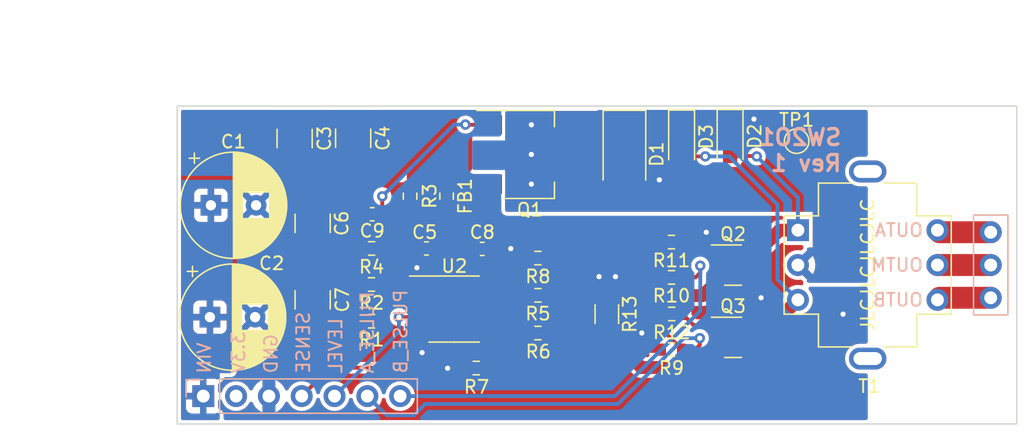
<source format=kicad_pcb>
(kicad_pcb (version 20211014) (generator pcbnew)
  (title_block (title "SW2O1") (date "2022-09-29") (rev "1") (company "saawsm"))
  (layers (0 "F.Cu" signal) (31 "B.Cu" signal) (34 "B.Paste" user) (35 "F.Paste" user) (36 "B.SilkS" user "B.Silkscreen") (37 "F.SilkS" user "F.Silkscreen") (38 "B.Mask" user) (39 "F.Mask" user) (44 "Edge.Cuts" user))
  (net 0 "")
  (net 1 "+9V")
  (net 2 "GND")
  (net 3 "/I_SENSE")
  (net 4 "/I_LIMIT")
  (net 5 "/PULSE_A")
  (net 6 "/PULSE_B")
  (net 7 "Net-(D2-Pad2)")
  (net 8 "Net-(D3-Pad2)")
  (net 9 "/OUTB")
  (net 10 "/OUTM")
  (net 11 "/OUTA")
  (net 13 "/PULSE_SRC")
  (net 14 "/V_AMP")
  (net 15 "Net-(D1-Pad1)")
  (net 16 "/V_SHUNT_N")
  (net 17 "Net-(C9-Pad2)")
  (net 18 "Net-(Q2-Pad1)")
  (net 19 "/V_SHUNT_P")
  (net 20 "Net-(Q3-Pad1)")
  (net 21 "Net-(R1-Pad1)")
  (net 22 "Net-(R2-Pad1)")
  (net 23 "Net-(R5-Pad2)")
  (net 24 "Net-(R6-Pad2)")
  (footprint "Package_TO_SOT_SMD:SOT-223-3_TabPin2" (layer "F.Cu") (at 114.175911 72.712443)
    (fp_text reference "Q1" (at 0 4.284712) (layer "F.SilkS"))
    (fp_text value "NTF2955T1G")
    (pad "1" smd rect locked (at -3.15 -2.3) (size 2 1.5) (layers "F.Cu" "F.Paste" "F.Mask") (net 17 "Net-(C9-Pad2)"))
    (pad "2" smd rect locked (at -3.15 0) (size 2 1.5) (layers "F.Cu" "F.Paste" "F.Mask") (net 13 "/PULSE_SRC"))
    (pad "2" smd rect locked (at 3.15 0) (size 2 3.8) (layers "F.Cu" "F.Paste" "F.Mask") (net 13 "/PULSE_SRC"))
    (pad "3" smd rect locked (at -3.15 2.3) (size 2 1.5) (layers "F.Cu" "F.Paste" "F.Mask") (net 1 "+9V"))
  )
  (footprint "Diode_SMD:D_SOD-123F" (layer "F.Cu") (at 125.929288 71.464962 -90)
    (fp_text reference "D3" (at -0.127 -1.905 90) (layer "F.SilkS"))
    (fp_text value "SS24FL")
    (pad "1" smd rect locked (at -1.4 0 270) (size 1.1 1.1) (layers "F.Cu" "F.Paste" "F.Mask") (net 15 "Net-(D1-Pad1)"))
    (pad "2" smd rect locked (at 1.4 0 270) (size 1.1 1.1) (layers "F.Cu" "F.Paste" "F.Mask") (net 8 "Net-(D3-Pad2)"))
  )
  (footprint "Resistor_SMD:R_0603_1608Metric" (layer "F.Cu") (at 104.907831 75.943129 90)
    (fp_text reference "R3" (at 0 1.524 90) (layer "F.SilkS"))
    (fp_text value "2K")
    (pad "1" smd roundrect locked (at -0.825 0 90) (size 0.8 0.95) (layers "F.Cu" "F.Paste" "F.Mask") (net 17 "Net-(C9-Pad2)"))
    (pad "2" smd roundrect locked (at 0.825 0 90) (size 0.8 0.95) (layers "F.Cu" "F.Paste" "F.Mask") (net 1 "+9V"))
  )
  (footprint "Diode_SMD:D_SOD-123F" (layer "F.Cu") (at 129.682564 71.431747 -90)
    (fp_text reference "D2" (at -0.127 -1.905 90) (layer "F.SilkS"))
    (fp_text value "SS24FL")
    (pad "1" smd rect locked (at -1.4 0 270) (size 1.1 1.1) (layers "F.Cu" "F.Paste" "F.Mask") (net 15 "Net-(D1-Pad1)"))
    (pad "2" smd rect locked (at 1.4 0 270) (size 1.1 1.1) (layers "F.Cu" "F.Paste" "F.Mask") (net 7 "Net-(D2-Pad2)"))
  )
  (footprint "Resistor_SMD:R_0603_1608Metric" (layer "F.Cu") (at 101.92096 82.78859 180)
    (fp_text reference "R2" (at -0.015359 -1.431296 180) (layer "F.SilkS"))
    (fp_text value "10K")
    (pad "1" smd roundrect locked (at -0.825 0 180) (size 0.8 0.95) (layers "F.Cu" "F.Paste" "F.Mask") (net 22 "Net-(R2-Pad1)"))
    (pad "2" smd roundrect locked (at 0.825 0 180) (size 0.8 0.95) (layers "F.Cu" "F.Paste" "F.Mask") (net 21 "Net-(R1-Pad1)"))
  )
  (footprint "Capacitor_SMD:C_1210_3225Metric" (layer "F.Cu") (at 95.971021 71.47436 -90)
    (fp_text reference "C3" (at 0 -2.3 90) (layer "F.SilkS"))
    (fp_text value "22uF")
    (pad "1" smd roundrect locked (at -1.475 0 270) (size 1.15 2.7) (layers "F.Cu" "F.Paste" "F.Mask") (roundrect_rratio 0.2173913043) (net 1 "+9V"))
    (pad "2" smd roundrect locked (at 1.475 0 270) (size 1.15 2.7) (layers "F.Cu" "F.Paste" "F.Mask") (roundrect_rratio 0.2173913043) (net 2 "GND"))
  )
  (footprint "Capacitor_THT:CP_Radial_D8.0mm_P3.50mm" (layer "F.Cu") (at 89.489926 76.651202)
    (fp_text reference "C1" (at 1.742969 -4.928796) (layer "F.SilkS"))
    (fp_text value "470uF")
    (pad "1" thru_hole rect locked (at 0 0) (size 1.6 1.6) (drill 0.8) (layers *.Cu *.Mask) (net 1 "+9V"))
    (pad "2" thru_hole circle locked (at 3.5 0) (size 1.6 1.6) (drill 0.8) (layers *.Cu *.Mask) (net 2 "GND"))
  )
  (footprint "Resistor_SMD:R_0603_1608Metric" (layer "F.Cu") (at 125.147816 82.237492 180)
    (fp_text reference "R10" (at 0 -1.43) (layer "F.SilkS"))
    (fp_text value "10K")
    (pad "1" smd roundrect locked (at -0.825 0 180) (size 0.8 0.95) (layers "F.Cu" "F.Paste" "F.Mask") (net 6 "/PULSE_B"))
    (pad "2" smd roundrect locked (at 0.825 0 180) (size 0.8 0.95) (layers "F.Cu" "F.Paste" "F.Mask") (net 2 "GND"))
  )
  (footprint "Resistor_SMD:R_0603_1608Metric" (layer "F.Cu") (at 114.808 80.743 180)
    (fp_text reference "R8" (at 0 -1.43) (layer "F.SilkS"))
    (fp_text value "100K")
    (pad "1" smd roundrect locked (at -0.825 0 180) (size 0.8 0.95) (layers "F.Cu" "F.Paste" "F.Mask") (net 23 "Net-(R5-Pad2)"))
    (pad "2" smd roundrect locked (at 0.825 0 180) (size 0.8 0.95) (layers "F.Cu" "F.Paste" "F.Mask") (net 3 "/I_SENSE"))
  )
  (footprint "Resistor_SMD:R_0603_1608Metric" (layer "F.Cu") (at 125.147816 87.838437 180)
    (fp_text reference "R9" (at 0 -1.43) (layer "F.SilkS"))
    (fp_text value "10K")
    (pad "1" smd roundrect locked (at -0.825 0 180) (size 0.8 0.95) (layers "F.Cu" "F.Paste" "F.Mask") (net 5 "/PULSE_A"))
    (pad "2" smd roundrect locked (at 0.825 0 180) (size 0.8 0.95) (layers "F.Cu" "F.Paste" "F.Mask") (net 2 "GND"))
  )
  (footprint "Resistor_SMD:R_0603_1608Metric" (layer "F.Cu") (at 125.143852 79.502533 180)
    (fp_text reference "R11" (at 0 -1.43) (layer "F.SilkS"))
    (fp_text value "100")
    (pad "1" smd roundrect locked (at -0.825 0 180) (size 0.8 0.95) (layers "F.Cu" "F.Paste" "F.Mask") (net 18 "Net-(Q2-Pad1)"))
    (pad "2" smd roundrect locked (at 0.825 0 180) (size 0.8 0.95) (layers "F.Cu" "F.Paste" "F.Mask") (net 6 "/PULSE_B"))
  )
  (footprint "Capacitor_SMD:C_0603_1608Metric" (layer "F.Cu") (at 106.176417 79.997484 180)
    (fp_text reference "C5" (at 0.14058 1.257484 180) (layer "F.SilkS"))
    (fp_text value "100nF")
    (pad "1" smd roundrect locked (at -0.775 0 180) (size 0.9 0.95) (layers "F.Cu" "F.Paste" "F.Mask") (net 14 "/V_AMP"))
    (pad "2" smd roundrect locked (at 0.775 0 180) (size 0.9 0.95) (layers "F.Cu" "F.Paste" "F.Mask") (net 2 "GND"))
  )
  (footprint "TestPoint:TestPoint_Pad_D1.5mm" (layer "F.Cu") (at 134.834278 71.680733)
    (fp_text reference "TP1" (at 0 -1.648) (layer "F.SilkS"))
    (fp_text value "PSRC")
    (pad "1" smd circle locked (at 0 0) (size 1.5 1.5) (layers "F.Cu" "F.Mask") (net 13 "/PULSE_SRC"))
  )
  (footprint "Package_TO_SOT_SMD:SOT-23" (layer "F.Cu") (at 129.910816 81.287492)
    (fp_text reference "Q2" (at 0 -2.4) (layer "F.SilkS"))
    (fp_text value "DMN2041L")
    (pad "1" smd roundrect locked (at -0.9375 -0.95) (size 1.475 0.6) (layers "F.Cu" "F.Paste" "F.Mask") (net 18 "Net-(Q2-Pad1)"))
    (pad "2" smd roundrect locked (at -0.9375 0.95) (size 1.475 0.6) (layers "F.Cu" "F.Paste" "F.Mask") (net 19 "/V_SHUNT_P"))
    (pad "3" smd roundrect locked (at 0.9375 0) (size 1.475 0.6) (layers "F.Cu" "F.Paste" "F.Mask") (net 7 "Net-(D2-Pad2)"))
  )
  (footprint "Resistor_SMD:R_0603_1608Metric" (layer "F.Cu") (at 101.923668 85.636759 180)
    (fp_text reference "R1" (at 0 -1.43) (layer "F.SilkS"))
    (fp_text value "10k")
    (pad "1" smd roundrect locked (at -0.825 0 180) (size 0.8 0.95) (layers "F.Cu" "F.Paste" "F.Mask") (net 21 "Net-(R1-Pad1)"))
    (pad "2" smd roundrect locked (at 0.825 0 180) (size 0.8 0.95) (layers "F.Cu" "F.Paste" "F.Mask") (net 2 "GND"))
  )
  (footprint "Resistor_SMD:R_0603_1608Metric" (layer "F.Cu") (at 125.164667 85.074579 180)
    (fp_text reference "R12" (at 0 -1.43) (layer "F.SilkS"))
    (fp_text value "100")
    (pad "1" smd roundrect locked (at -0.825 0 180) (size 0.8 0.95) (layers "F.Cu" "F.Paste" "F.Mask") (net 20 "Net-(Q3-Pad1)"))
    (pad "2" smd roundrect locked (at 0.825 0 180) (size 0.8 0.95) (layers "F.Cu" "F.Paste" "F.Mask") (net 5 "/PULSE_A"))
  )
  (footprint "SaawLib:SW32-MO_Header" (layer "F.Cu") (at 119.38 81.28)
    (fp_text reference "U1")
    (fp_text value "SW-32MO")
    (fp_text user "LEVEL" (at -20.239434 6.253036 90 unlocked) (layer "B.SilkS") (effects (justify mirror)))
    (fp_text user "OUTB" (at 23.296571 2.7 unlocked) (layer "B.SilkS") (effects (justify mirror)))
    (fp_text user "3.3V" (at -27.756241 6.776846 90 unlocked) (layer "B.SilkS") (effects (justify mirror)))
    (fp_text user "SENSE" (at -22.739434 6.014941 90 unlocked) (layer "B.SilkS") (effects (justify mirror)))
    (fp_text user "PULSE_A" (at -17.779434 5.229227 90 unlocked) (layer "B.SilkS") (effects (justify mirror)))
    (fp_text user "OUTA" (at 23.368 -2.7 unlocked) (layer "B.SilkS") (effects (justify mirror)))
    (fp_text user "PULSE_B" (at -15.195278 5.157798 90 unlocked) (layer "B.SilkS") (effects (justify mirror)))
    (fp_text user "VIN" (at -30.405819 7.205417 90 unlocked) (layer "B.SilkS") (effects (justify mirror)))
    (fp_text user "OUTM" (at 23.225143 0 unlocked) (layer "B.SilkS") (effects (justify mirror)))
    (fp_text user "GND" (at -25.239434 6.872084 90 unlocked) (layer "B.SilkS") (effects (justify mirror)))
    (pad "1" thru_hole rect locked (at -30.48 10.16 90) (size 1.7 1.7) (drill 1) (layers *.Cu *.Mask) (net 1 "+9V"))
    (pad "2" thru_hole oval locked (at -27.94 10.16 90) (size 1.7 1.7) (drill 1) (layers *.Cu *.Mask))
    (pad "3" thru_hole oval locked (at -25.4 10.16 90) (size 1.7 1.7) (drill 1) (layers *.Cu *.Mask) (net 2 "GND"))
    (pad "4" thru_hole oval locked (at -22.86 10.16 90) (size 1.7 1.7) (drill 1) (layers *.Cu *.Mask) (net 3 "/I_SENSE"))
    (pad "5" thru_hole oval locked (at -20.32 10.16 90) (size 1.7 1.7) (drill 1) (layers *.Cu *.Mask) (net 4 "/I_LIMIT"))
    (pad "6" thru_hole oval locked (at -17.78 10.16 90) (size 1.7 1.7) (drill 1) (layers *.Cu *.Mask) (net 5 "/PULSE_A"))
    (pad "7" thru_hole oval locked (at -15.24 10.16 90) (size 1.7 1.7) (drill 1) (layers *.Cu *.Mask) (net 6 "/PULSE_B"))
    (pad "8" thru_hole circle locked (at 30.48 -2.54) (size 1.7 1.7) (drill 1) (layers *.Cu *.Mask) (net 11 "/OUTA"))
    (pad "9" thru_hole oval locked (at 30.48 0) (size 1.7 1.7) (drill 1) (layers *.Cu *.Mask) (net 10 "/OUTM"))
    (pad "10" thru_hole oval locked (at 30.48 2.54) (size 1.7 1.7) (drill 1) (layers *.Cu *.Mask) (net 9 "/OUTB"))
  )
  (footprint "Diode_SMD:D_SMA" (layer "F.Cu") (at 121.50388 72.688933 -90)
    (fp_text reference "D1" (at 0 -2.5 90) (layer "F.SilkS"))
    (fp_text value "SML4746-E3/61")
    (pad "1" smd rect locked (at -2 0 270) (size 2.5 1.8) (layers "F.Cu" "F.Paste" "F.Mask") (net 15 "Net-(D1-Pad1)"))
    (pad "2" smd rect locked (at 2 0 270) (size 2.5 1.8) (layers "F.Cu" "F.Paste" "F.Mask") (net 13 "/PULSE_SRC"))
  )
  (footprint "Capacitor_SMD:C_0603_1608Metric" (layer "F.Cu") (at 110.497851 80.032206)
    (fp_text reference "C8" (at 0 -1.292206) (layer "F.SilkS"))
    (fp_text value "1uF")
    (pad "1" smd roundrect locked (at -0.775 0) (size 0.9 0.95) (layers "F.Cu" "F.Paste" "F.Mask") (net 14 "/V_AMP"))
    (pad "2" smd roundrect locked (at 0.775 0) (size 0.9 0.95) (layers "F.Cu" "F.Paste" "F.Mask") (net 2 "GND"))
  )
  (footprint "Resistor_SMD:R_0603_1608Metric" (layer "F.Cu") (at 114.808 83.6275 180)
    (fp_text reference "R5" (at 0 -1.43) (layer "F.SilkS"))
    (fp_text value "10k")
    (pad "1" smd roundrect locked (at -0.825 0 180) (size 0.8 0.95) (layers "F.Cu" "F.Paste" "F.Mask") (net 16 "/V_SHUNT_N"))
    (pad "2" smd roundrect locked (at 0.825 0 180) (size 0.8 0.95) (layers "F.Cu" "F.Paste" "F.Mask") (net 23 "Net-(R5-Pad2)"))
  )
  (footprint "NetTie:NetTie-2_SMD_Pad0.5mm" (layer "F.Cu") (at 117.602 83.6275)
    (fp_text reference "NT1" hide)
    (fp_text value "0.5 mm")
    (fp_poly (pts (xy -0.5 -0.25) (xy 0.5 -0.25) (xy 0.5 0.25) (xy -0.5 0.25)) (layer "F.Cu") (width 0) (fill solid))
    (pad "1" smd circle locked (at -0.5 0) (size 0.5 0.5) (layers "F.Cu") (net 16 "/V_SHUNT_N"))
    (pad "2" smd circle locked (at 0.5 0) (size 0.5 0.5) (layers "F.Cu") (net 2 "GND"))
  )
  (footprint "Capacitor_SMD:C_1210_3225Metric" (layer "F.Cu") (at 97.366043 83.979742 -90)
    (fp_text reference "C7" (at 0 -2.3 90) (layer "F.SilkS"))
    (fp_text value "22uF")
    (pad "1" smd roundrect locked (at -1.475 0 270) (size 1.15 2.7) (layers "F.Cu" "F.Paste" "F.Mask") (roundrect_rratio 0.2173913043) (net 1 "+9V"))
    (pad "2" smd roundrect locked (at 1.475 0 270) (size 1.15 2.7) (layers "F.Cu" "F.Paste" "F.Mask") (roundrect_rratio 0.2173913043) (net 2 "GND"))
  )
  (footprint "Capacitor_SMD:C_0603_1608Metric" (layer "F.Cu") (at 101.978916 77.34596)
    (fp_text reference "C9" (at 0 1.287405) (layer "F.SilkS"))
    (fp_text value "100nF")
    (pad "1" smd roundrect locked (at -0.775 0) (size 0.9 0.95) (layers "F.Cu" "F.Paste" "F.Mask") (net 2 "GND"))
    (pad "2" smd roundrect locked (at 0.775 0) (size 0.9 0.95) (layers "F.Cu" "F.Paste" "F.Mask") (net 17 "Net-(C9-Pad2)"))
  )
  (footprint "Capacitor_SMD:C_1210_3225Metric" (layer "F.Cu") (at 97.366043 78.050896 90)
    (fp_text reference "C6" (at 0 2.254234 90) (layer "F.SilkS"))
    (fp_text value "22uF")
    (pad "1" smd roundrect locked (at -1.475 0 90) (size 1.15 2.7) (layers "F.Cu" "F.Paste" "F.Mask") (roundrect_rratio 0.2173913043) (net 1 "+9V"))
    (pad "2" smd roundrect locked (at 1.475 0 90) (size 1.15 2.7) (layers "F.Cu" "F.Paste" "F.Mask") (roundrect_rratio 0.2173913043) (net 2 "GND"))
  )
  (footprint "Capacitor_SMD:C_1210_3225Metric" (layer "F.Cu") (at 100.50391 71.45412 -90)
    (fp_text reference "C4" (at 0 -2.3 90) (layer "F.SilkS"))
    (fp_text value "22uF")
    (pad "1" smd roundrect locked (at -1.475 0 270) (size 1.15 2.7) (layers "F.Cu" "F.Paste" "F.Mask") (roundrect_rratio 0.2173913043) (net 1 "+9V"))
    (pad "2" smd roundrect locked (at 1.475 0 270) (size 1.15 2.7) (layers "F.Cu" "F.Paste" "F.Mask") (roundrect_rratio 0.2173913043) (net 2 "GND"))
  )
  (footprint "Capacitor_THT:CP_Radial_D8.0mm_P3.50mm" (layer "F.Cu") (at 89.415192 85.320272)
    (fp_text reference "C2" (at 4.777956 -4.166805) (layer "F.SilkS"))
    (fp_text value "470uF")
    (pad "1" thru_hole rect locked (at 0 0) (size 1.6 1.6) (drill 0.8) (layers *.Cu *.Mask) (net 1 "+9V"))
    (pad "2" thru_hole circle locked (at 3.5 0) (size 1.6 1.6) (drill 0.8) (layers *.Cu *.Mask) (net 2 "GND"))
  )
  (footprint "Resistor_SMD:R_1206_3216Metric" (layer "F.Cu") (at 120.142 85.09 90)
    (fp_text reference "R13" (at 0 1.778 270) (layer "F.SilkS"))
    (fp_text value "0.1")
    (pad "1" smd roundrect locked (at -1.4625 0 90) (size 1.125 1.75) (layers "F.Cu" "F.Paste" "F.Mask") (roundrect_rratio 0.2222222222) (net 19 "/V_SHUNT_P"))
    (pad "2" smd roundrect locked (at 1.4625 0 90) (size 1.125 1.75) (layers "F.Cu" "F.Paste" "F.Mask") (roundrect_rratio 0.2222222222) (net 2 "GND"))
  )
  (footprint "Package_TO_SOT_SMD:SOT-23" (layer "F.Cu") (at 129.910816 86.888437)
    (fp_text reference "Q3" (at 0 -2.414) (layer "F.SilkS"))
    (fp_text value "DMN2041L")
    (pad "1" smd roundrect locked (at -0.9375 -0.95) (size 1.475 0.6) (layers "F.Cu" "F.Paste" "F.Mask") (net 20 "Net-(Q3-Pad1)"))
    (pad "2" smd roundrect locked (at -0.9375 0.95) (size 1.475 0.6) (layers "F.Cu" "F.Paste" "F.Mask") (net 19 "/V_SHUNT_P"))
    (pad "3" smd roundrect locked (at 0.9375 0) (size 1.475 0.6) (layers "F.Cu" "F.Paste" "F.Mask") (net 8 "Net-(D3-Pad2)"))
  )
  (footprint "Resistor_SMD:R_0603_1608Metric" (layer "F.Cu") (at 101.928916 79.997484)
    (fp_text reference "R4" (at -0.000477 1.427774) (layer "F.SilkS"))
    (fp_text value "1K")
    (pad "1" smd roundrect locked (at -0.825 0) (size 0.8 0.95) (layers "F.Cu" "F.Paste" "F.Mask") (net 22 "Net-(R2-Pad1)"))
    (pad "2" smd roundrect locked (at 0.825 0) (size 0.8 0.95) (layers "F.Cu" "F.Paste" "F.Mask") (net 17 "Net-(C9-Pad2)"))
  )
  (footprint "SaawLib:42TL" (layer "F.Cu") (at 140.335 81.28)
    (fp_text reference "T1" (at 0.127 9.398 unlocked) (layer "F.SilkS"))
    (fp_text value "42TL004-RC")
    (pad "" thru_hole oval locked (at 0 7.25) (size 2.9 1.7) (drill oval 2.2 1) (layers *.Cu *.Mask))
    (pad "" thru_hole oval locked (at 0 -7.25) (size 2.9 1.7) (drill oval 2.2 1) (layers *.Cu *.Mask))
    (pad "1" thru_hole rect locked (at -5.4 -2.7) (size 1.7 1.7) (drill 1) (layers *.Cu *.Mask) (net 7 "Net-(D2-Pad2)"))
    (pad "2" thru_hole circle locked (at -5.4 0) (size 1.7 1.7) (drill 1) (layers *.Cu *.Mask) (net 13 "/PULSE_SRC"))
    (pad "3" thru_hole circle locked (at -5.4 2.7) (size 1.7 1.7) (drill 1) (layers *.Cu *.Mask) (net 8 "Net-(D3-Pad2)"))
    (pad "4" thru_hole circle locked (at 5.4 2.7) (size 1.7 1.7) (drill 1) (layers *.Cu *.Mask) (net 9 "/OUTB"))
    (pad "5" thru_hole circle locked (at 5.4 0) (size 1.7 1.7) (drill 1) (layers *.Cu *.Mask) (net 10 "/OUTM"))
    (pad "6" thru_hole circle locked (at 5.4 -2.7) (size 1.7 1.7) (drill 1) (layers *.Cu *.Mask) (net 11 "/OUTA"))
  )
  (footprint "Resistor_SMD:R_0603_1608Metric" (layer "F.Cu") (at 107.737091 75.943129 -90)
    (fp_text reference "FB1" (at 0 -1.43 90) (layer "F.SilkS"))
    (fp_text value "100")
    (pad "1" smd roundrect locked (at -0.825 0 270) (size 0.8 0.95) (layers "F.Cu" "F.Paste" "F.Mask") (net 1 "+9V"))
    (pad "2" smd roundrect locked (at 0.825 0 270) (size 0.8 0.95) (layers "F.Cu" "F.Paste" "F.Mask") (net 14 "/V_AMP"))
  )
  (footprint "Resistor_SMD:R_0603_1608Metric" (layer "F.Cu") (at 110.032225 89.26559 180)
    (fp_text reference "R7" (at -0.02012 -1.463635) (layer "F.SilkS"))
    (fp_text value "100K")
    (pad "1" smd roundrect locked (at -0.825 0 180) (size 0.8 0.95) (layers "F.Cu" "F.Paste" "F.Mask") (net 24 "Net-(R6-Pad2)"))
    (pad "2" smd roundrect locked (at 0.825 0 180) (size 0.8 0.95) (layers "F.Cu" "F.Paste" "F.Mask") (net 2 "GND"))
  )
  (footprint "Package_SO:SOIC-8_3.9x4.9mm_P1.27mm" (layer "F.Cu") (at 108.317225 84.69359)
    (fp_text reference "U2" (at 0.019247 -3.327503) (layer "F.SilkS"))
    (fp_text value "LM358ADT")
    (pad "1" smd roundrect locked (at -2.475 -1.905) (size 1.95 0.6) (layers "F.Cu" "F.Paste" "F.Mask") (net 22 "Net-(R2-Pad1)"))
    (pad "2" smd roundrect locked (at -2.475 -0.635) (size 1.95 0.6) (layers "F.Cu" "F.Paste" "F.Mask") (net 21 "Net-(R1-Pad1)"))
    (pad "3" smd roundrect locked (at -2.475 0.635) (size 1.95 0.6) (layers "F.Cu" "F.Paste" "F.Mask") (net 4 "/I_LIMIT"))
    (pad "4" smd roundrect locked (at -2.475 1.905) (size 1.95 0.6) (layers "F.Cu" "F.Paste" "F.Mask") (net 2 "GND"))
    (pad "5" smd roundrect locked (at 2.475 1.905) (size 1.95 0.6) (layers "F.Cu" "F.Paste" "F.Mask") (net 24 "Net-(R6-Pad2)"))
    (pad "6" smd roundrect locked (at 2.475 0.635) (size 1.95 0.6) (layers "F.Cu" "F.Paste" "F.Mask") (net 23 "Net-(R5-Pad2)"))
    (pad "7" smd roundrect locked (at 2.475 -0.635) (size 1.95 0.6) (layers "F.Cu" "F.Paste" "F.Mask") (net 3 "/I_SENSE"))
    (pad "8" smd roundrect locked (at 2.475 -1.905) (size 1.95 0.6) (layers "F.Cu" "F.Paste" "F.Mask") (net 14 "/V_AMP"))
  )
  (footprint "Resistor_SMD:R_0603_1608Metric" (layer "F.Cu") (at 114.808 86.5525 180)
    (fp_text reference "R6" (at -0.026108 -1.440824 180) (layer "F.SilkS"))
    (fp_text value "10k")
    (pad "1" smd roundrect locked (at -0.825 0 180) (size 0.8 0.95) (layers "F.Cu" "F.Paste" "F.Mask") (net 19 "/V_SHUNT_P"))
    (pad "2" smd roundrect locked (at 0.825 0 180) (size 0.8 0.95) (layers "F.Cu" "F.Paste" "F.Mask") (net 24 "Net-(R6-Pad2)"))
  )
  (gr_rect locked (start 86.88 68.958086) (end 151.88 93.599589) (layer "Edge.Cuts") (width 0.1) (fill none))
  (gr_text "SW2O1\nRev 1" (at 138.43 72.39) (layer "B.SilkS") (effects (font (size 1.25 1.25) (thickness 0.25)) (justify left mirror)))
  (gr_text "JLCJLCJLCJLC" (at 140.335 81.28 90) (layer "F.SilkS") (effects (font (size 1 1))))
  (segment locked (start 118.102 83.6275) (end 120.142 83.6275) (width 0.3) (layer "F.Cu") (net 2))
  (via locked (at 120.810241 82.182256) (size 0.8) (drill 0.4) (layers "F.Cu" "B.Cu") (net 2))
  (via locked (at 132.08 83.82) (size 0.8) (drill 0.4) (layers "F.Cu" "B.Cu") (net 2))
  (via locked (at 107.817168 89.28091) (size 0.8) (drill 0.4) (layers "F.Cu" "B.Cu") (net 2))
  (via locked (at 105.437768 81.490575) (size 0.8) (drill 0.4) (layers "F.Cu" "B.Cu") (net 2))
  (via locked (at 127.840505 78.74) (size 0.8) (drill 0.4) (layers "F.Cu" "B.Cu") (net 2))
  (via locked (at 119.540241 82.182256) (size 0.8) (drill 0.4) (layers "F.Cu" "B.Cu") (net 2))
  (via locked (at 138.43 85.09) (size 0.8) (drill 0.4) (layers "F.Cu" "B.Cu") (net 2))
  (via locked (at 105.837654 88.067838) (size 0.8) (drill 0.4) (layers "F.Cu" "B.Cu") (net 2))
  (via locked (at 122.849822 86.548369) (size 0.8) (drill 0.4) (layers "F.Cu" "B.Cu") (net 2))
  (via locked (at 112.705568 80.010449) (size 0.8) (drill 0.4) (layers "F.Cu" "B.Cu") (net 2))
  (segment locked (start 108.441221 87.157754) (end 108.441221 85.067166) (width 0.3) (layer "F.Cu") (net 3))
  (segment locked (start 106.357094 89.241881) (end 108.441221 87.157754) (width 0.3) (layer "F.Cu") (net 3))
  (segment locked (start 96.52 91.44) (end 98.718119 89.241881) (width 0.3) (layer "F.Cu") (net 3))
  (segment locked (start 109.449797 84.05859) (end 110.792225 84.05859) (width 0.3) (layer "F.Cu") (net 3))
  (segment locked (start 98.718119 89.241881) (end 106.357094 89.241881) (width 0.3) (layer "F.Cu") (net 3))
  (segment locked (start 108.441221 85.067166) (end 109.449797 84.05859) (width 0.3) (layer "F.Cu") (net 3))
  (segment locked (start 110.792225 84.05859) (end 112.201763 84.05859) (width 0.3) (layer "F.Cu") (net 3))
  (segment locked (start 113.973973 80.743) (end 113.983 80.743) (width 0.3) (layer "F.Cu") (net 3))
  (segment locked (start 112.751685 83.508668) (end 112.751685 81.965288) (width 0.3) (layer "F.Cu") (net 3))
  (segment locked (start 112.751685 81.965288) (end 113.973973 80.743) (width 0.3) (layer "F.Cu") (net 3))
  (segment locked (start 112.201763 84.05859) (end 112.751685 83.508668) (width 0.3) (layer "F.Cu") (net 3))
  (segment locked (start 105.842225 85.32859) (end 105.830315 85.31668) (width 0.3) (layer "F.Cu") (net 4))
  (segment locked (start 105.830315 85.31668) (end 104.046914 85.31668) (width 0.3) (layer "F.Cu") (net 4))
  (via locked (at 104.046914 85.31668) (size 0.8) (drill 0.4) (layers "F.Cu" "B.Cu") (net 4))
  (segment locked (start 99.06 91.44) (end 104.046914 86.453086) (width 0.3) (layer "B.Cu") (net 4))
  (segment locked (start 104.046914 86.453086) (end 104.046914 85.31668) (width 0.3) (layer "B.Cu") (net 4))
  (segment locked (start 124.339667 86.205288) (end 125.972816 87.838437) (width 0.3) (layer "F.Cu") (net 5))
  (segment locked (start 125.972816 87.838437) (end 126.981714 87.838437) (width 0.3) (layer "F.Cu") (net 5))
  (segment locked (start 126.981714 87.838437) (end 127.336005 87.484146) (width 0.3) (layer "F.Cu") (net 5))
  (segment locked (start 124.339667 85.074579) (end 124.339667 86.205288) (width 0.3) (layer "F.Cu") (net 5))
  (segment locked (start 127.336005 87.484146) (end 127.336005 86.949645) (width 0.3) (layer "F.Cu") (net 5))
  (via locked (at 127.336005 86.949645) (size 0.8) (drill 0.4) (layers "F.Cu" "B.Cu") (net 5))
  (segment locked (start 121.005472 92.051402) (end 126.107229 86.949645) (width 0.3) (layer "B.Cu") (net 5))
  (segment locked (start 105.195703 92.924297) (end 106.068598 92.051402) (width 0.3) (layer "B.Cu") (net 5))
  (segment locked (start 126.107229 86.949645) (end 127.336005 86.949645) (width 0.3) (layer "B.Cu") (net 5))
  (segment locked (start 106.068598 92.051402) (end 121.005472 92.051402) (width 0.3) (layer "B.Cu") (net 5))
  (segment locked (start 103.084297 92.924297) (end 105.195703 92.924297) (width 0.3) (layer "B.Cu") (net 5))
  (segment locked (start 101.6 91.44) (end 103.084297 92.924297) (width 0.3) (layer "B.Cu") (net 5))
  (segment locked (start 124.318852 79.502533) (end 124.318852 80.583528) (width 0.3) (layer "F.Cu") (net 6))
  (segment locked (start 127.015776 82.237492) (end 127.373957 81.879311) (width 0.3) (layer "F.Cu") (net 6))
  (segment locked (start 125.972816 82.237492) (end 127.015776 82.237492) (width 0.3) (layer "F.Cu") (net 6))
  (segment locked (start 124.318852 80.583528) (end 125.972816 82.237492) (width 0.3) (layer "F.Cu") (net 6))
  (segment locked (start 127.373957 81.879311) (end 127.373957 81.332756) (width 0.3) (layer "F.Cu") (net 6))
  (via locked (at 127.373957 81.332756) (size 0.8) (drill 0.4) (layers "F.Cu" "B.Cu") (net 6))
  (segment locked (start 120.763854 91.44) (end 127.373957 84.829897) (width 0.3) (layer "B.Cu") (net 6))
  (segment locked (start 104.14 91.44) (end 120.763854 91.44) (width 0.3) (layer "B.Cu") (net 6))
  (segment locked (start 127.373957 84.829897) (end 127.373957 81.332756) (width 0.3) (layer "B.Cu") (net 6))
  (segment locked (start 129.682564 72.831747) (end 131.716754 72.831747) (width 0.3) (layer "F.Cu") (net 7))
  (segment locked (start 131.716754 72.831747) (end 131.747851 72.862844) (width 0.3) (layer "F.Cu") (net 7))
  (segment locked (start 133.51 78.58) (end 134.935 78.58) (width 1) (layer "F.Cu") (net 7))
  (segment locked (start 130.848316 81.287492) (end 130.848316 81.241684) (width 1) (layer "F.Cu") (net 7))
  (segment locked (start 130.848316 81.241684) (end 133.51 78.58) (width 1) (layer "F.Cu") (net 7))
  (via locked (at 131.747851 72.862844) (size 0.8) (drill 0.4) (layers "F.Cu" "B.Cu") (net 7))
  (segment locked (start 131.747851 72.862844) (end 134.935 76.049993) (width 0.3) (layer "B.Cu") (net 7))
  (segment locked (start 134.935 76.049993) (end 134.935 78.58) (width 0.3) (layer "B.Cu") (net 7))
  (segment locked (start 127.759954 72.864962) (end 127.762072 72.862844) (width 0.3) (layer "F.Cu") (net 8))
  (segment locked (start 130.848316 86.888437) (end 132.026563 86.888437) (width 1) (layer "F.Cu") (net 8))
  (segment locked (start 132.026563 86.888437) (end 134.935 83.98) (width 1) (layer "F.Cu") (net 8))
  (segment locked (start 125.929288 72.864962) (end 127.759954 72.864962) (width 0.3) (layer "F.Cu") (net 8))
  (via locked (at 127.762072 72.862844) (size 0.8) (drill 0.4) (layers "F.Cu" "B.Cu") (net 8))
  (segment locked (start 127.762072 72.862844) (end 127.762236 72.863008) (width 0.3) (layer "B.Cu") (net 8))
  (segment locked (start 133.35 76.597105) (end 133.35 82.395) (width 0.3) (layer "B.Cu") (net 8))
  (segment locked (start 129.615903 72.863008) (end 133.35 76.597105) (width 0.3) (layer "B.Cu") (net 8))
  (segment locked (start 127.762236 72.863008) (end 129.615903 72.863008) (width 0.3) (layer "B.Cu") (net 8))
  (segment locked (start 133.35 82.395) (end 134.935 83.98) (width 0.3) (layer "B.Cu") (net 8))
  (segment locked (start 149.86 83.82) (end 145.895 83.82) (width 1.7) (layer "F.Cu") (net 9))
  (segment locked (start 145.735 81.28) (end 149.86 81.28) (width 1.7) (layer "F.Cu") (net 10))
  (segment locked (start 149.86 78.74) (end 145.895 78.74) (width 1.7) (layer "F.Cu") (net 11))
  (via locked (at 124.206 74.676) (size 0.8) (drill 0.4) (layers "F.Cu" "B.Cu") (net 13))
  (via locked (at 114.3 75.012443) (size 0.8) (drill 0.4) (layers "F.Cu" "B.Cu") (net 13))
  (via locked (at 131.530637 69.969867) (size 0.8) (drill 0.4) (layers "F.Cu" "B.Cu") (net 13))
  (via locked (at 114.3 72.712443) (size 0.8) (drill 0.4) (layers "F.Cu" "B.Cu") (net 13))
  (via locked (at 114.3 70.412443) (size 0.8) (drill 0.4) (layers "F.Cu" "B.Cu") (net 13))
  (segment locked (start 109.688129 79.997484) (end 109.722851 80.032206) (width 0.3) (layer "F.Cu") (net 14))
  (segment locked (start 106.951417 79.997484) (end 109.688129 79.997484) (width 0.3) (layer "F.Cu") (net 14))
  (segment locked (start 109.722851 80.032206) (end 110.792225 81.10158) (width 0.3) (layer "F.Cu") (net 14))
  (segment locked (start 106.951417 79.997484) (end 106.951417 77.553803) (width 0.3) (layer "F.Cu") (net 14))
  (segment locked (start 106.951417 77.553803) (end 107.737091 76.768129) (width 0.3) (layer "F.Cu") (net 14))
  (segment locked (start 110.792225 81.10158) (end 110.792225 82.78859) (width 0.3) (layer "F.Cu") (net 14))
  (segment locked (start 115.633 83.6275) (end 117.102 83.6275) (width 0.2) (layer "F.Cu") (net 16))
  (segment locked (start 102.753916 75.961945) (end 102.760385 75.955476) (width 0.3) (layer "F.Cu") (net 17))
  (segment locked (start 102.753916 79.997484) (end 102.753916 77.34596) (width 0.3) (layer "F.Cu") (net 17))
  (segment locked (start 103.49597 77.34994) (end 104.077781 76.768129) (width 0.3) (layer "F.Cu") (net 17))
  (segment locked (start 102.757896 77.34994) (end 103.49597 77.34994) (width 0.3) (layer "F.Cu") (net 17))
  (segment locked (start 102.753916 77.34596) (end 102.753916 75.961945) (width 0.3) (layer "F.Cu") (net 17))
  (segment locked (start 111.025911 70.412443) (end 109.210696 70.412443) (width 0.3) (layer "F.Cu") (net 17))
  (segment locked (start 109.210696 70.412443) (end 109.194698 70.396445) (width 0.3) (layer "F.Cu") (net 17))
  (segment locked (start 102.753916 77.34596) (end 102.757896 77.34994) (width 0.3) (layer "F.Cu") (net 17))
  (segment locked (start 104.077781 76.768129) (end 104.907831 76.768129) (width 0.3) (layer "F.Cu") (net 17))
  (via locked (at 109.194698 70.396445) (size 0.8) (drill 0.4) (layers "F.Cu" "B.Cu") (net 17))
  (via locked (at 102.760385 75.955476) (size 0.8) (drill 0.4) (layers "F.Cu" "B.Cu") (net 17))
  (segment locked (start 109.194698 70.396445) (end 108.319417 70.396445) (width 0.3) (layer "B.Cu") (net 17))
  (segment locked (start 108.319417 70.396445) (end 102.760385 75.955476) (width 0.3) (layer "B.Cu") (net 17))
  (segment locked (start 128.973316 80.337492) (end 126.803811 80.337492) (width 0.3) (layer "F.Cu") (net 18))
  (segment locked (start 126.803811 80.337492) (end 125.968852 79.502533) (width 0.3) (layer "F.Cu") (net 18))
  (segment locked (start 120.142 86.5525) (end 120.142 86.552721) (width 1) (layer "F.Cu") (net 19))
  (segment locked (start 127.586723 89.22503) (end 128.973316 87.838437) (width 1) (layer "F.Cu") (net 19))
  (segment locked (start 122.814309 89.22503) (end 127.586723 89.22503) (width 1) (layer "F.Cu") (net 19))
  (segment locked (start 120.142 86.552721) (end 122.814309 89.22503) (width 1) (layer "F.Cu") (net 19))
  (segment locked (start 123.043894 83.650606) (end 120.142 86.5525) (width 1) (layer "F.Cu") (net 19))
  (segment locked (start 127.560202 83.650606) (end 123.043894 83.650606) (width 1) (layer "F.Cu") (net 19))
  (segment locked (start 128.973316 82.237492) (end 127.560202 83.650606) (width 1) (layer "F.Cu") (net 19))
  (segment locked (start 115.633 86.5525) (end 120.142 86.5525) (width 0.2) (layer "F.Cu") (net 19))
  (segment locked (start 126.853525 85.938437) (end 128.973316 85.938437) (width 0.3) (layer "F.Cu") (net 20))
  (segment locked (start 125.989667 85.074579) (end 126.853525 85.938437) (width 0.3) (layer "F.Cu") (net 20))
  (segment locked (start 102.831352 84.05859) (end 102.36596 84.05859) (width 0.3) (layer "F.Cu") (net 21))
  (segment locked (start 105.842225 84.05859) (end 102.831352 84.05859) (width 0.3) (layer "F.Cu") (net 21))
  (segment locked (start 102.36596 84.05859) (end 101.09596 82.78859) (width 0.3) (layer "F.Cu") (net 21))
  (segment locked (start 102.748668 84.141274) (end 102.831352 84.05859) (width 0.3) (layer "F.Cu") (net 21))
  (segment locked (start 102.748668 85.636759) (end 102.748668 84.141274) (width 0.3) (layer "F.Cu") (net 21))
  (segment locked (start 102.74596 82.78859) (end 105.842225 82.78859) (width 0.3) (layer "F.Cu") (net 22))
  (segment locked (start 102.74596 82.78859) (end 101.103916 81.146546) (width 0.3) (layer "F.Cu") (net 22))
  (segment locked (start 101.103916 81.146546) (end 101.103916 80.037768) (width 0.3) (layer "F.Cu") (net 22))
  (segment locked (start 113.206831 85.293419) (end 111.227527 85.293419) (width 0.3) (layer "F.Cu") (net 23))
  (segment locked (start 115.633 80.743) (end 115.633 80.779161) (width 0.3) (layer "F.Cu") (net 23))
  (segment locked (start 115.633 80.779161) (end 113.983 82.429161) (width 0.3) (layer "F.Cu") (net 23))
  (segment locked (start 113.983 84.51725) (end 113.206831 85.293419) (width 0.3) (layer "F.Cu") (net 23))
  (segment locked (start 113.983 83.6275) (end 113.983 84.51725) (width 0.3) (layer "F.Cu") (net 23))
  (segment locked (start 113.983 82.429161) (end 113.983 83.6275) (width 0.3) (layer "F.Cu") (net 23))
  (segment locked (start 111.227527 86.563419) (end 113.972081 86.563419) (width 0.3) (layer "F.Cu") (net 24))
  (segment locked (start 113.972081 86.563419) (end 113.983 86.5525) (width 0.3) (layer "F.Cu") (net 24))
  (segment locked (start 110.792225 86.59859) (end 110.792225 89.20059) (width 0.3) (layer "F.Cu") (net 24))
  (zone locked (net 15) (net_name "Net-(D1-Pad1)") (layer "F.Cu") (priority 3) (connect_pads (clearance 0.3)) (min_thickness 0.3) (fill yes (thermal_gap 0.5) (thermal_bridge_width 0.5))
    (polygon (pts (xy 129.998878 72.009252) (xy 120.609771 72.009792) (xy 120.615355 68.075496) (xy 129.999756 68.075145)))
  )
  (zone locked (net 1) (net_name "+9V") (layer "F.Cu") (priority 1) (connect_pads (clearance 0.3)) (min_thickness 0.3) (fill yes (thermal_gap 0.5) (thermal_bridge_width 0.5))
    (polygon (pts (xy 109.728 73.914) (xy 112.268 73.914) (xy 112.268 75.946) (xy 102.362 75.946) (xy 102.362 72.280676) (xy 91.186 72.280676) (xy 91.186 77.978) (xy 99.06 77.978) (xy 99.06 83.988853) (xy 91.186 83.988853) (xy 91.186 89.662) (xy 90.17 89.662) (xy 90.17 93.472) (xy 86.868 93.472) (xy 86.868 68.834) (xy 109.728 68.834)))
  )
  (zone locked (net 13) (net_name "/PULSE_SRC") (layers F&B.Cu) (priority 2) (connect_pads (clearance 0.3)) (min_thickness 0.3) (fill yes (thermal_gap 0.5) (thermal_bridge_width 1))
    (polygon (pts (xy 120.65 71.882) (xy 125.222 71.882) (xy 125.222 73.406) (xy 129.965368 73.406) (xy 129.965368 67.31) (xy 140.33473 67.31) (xy 140.33473 82.654794) (xy 133.858 82.654794) (xy 133.858 79.922252) (xy 136.084111 79.922252) (xy 136.084111 77.157392) (xy 112.268 77.157392) (xy 112.268 73.914) (xy 109.728 73.914) (xy 109.728 71.628) (xy 112.268 71.628) (xy 112.268 69.342) (xy 120.65 69.342)))
  )
  (zone locked (net 2) (net_name "GND") (layers F&B.Cu) (connect_pads (clearance 0.3)) (min_thickness 0.3) (fill yes (thermal_gap 0.5) (thermal_bridge_width 0.5))
    (polygon (pts (xy 140.335 68.58) (xy 140.335 94.234) (xy 86.36 94.234) (xy 86.36 68.326)))
  )
  (zone locked (net 1) (net_name "+9V") (layer "B.Cu") (priority 1) (connect_pads (clearance 0.3)) (min_thickness 0.3) (fill yes (thermal_gap 0.5) (thermal_bridge_width 0.5))
    (polygon (pts (xy 91.186 89.662) (xy 90.17 89.662) (xy 90.17 93.726) (xy 86.868 93.726) (xy 86.868 74.676) (xy 91.186 74.676)))
  )
  (zone locked (net 13) (net_name "/PULSE_SRC") (layer "B.Cu") (priority 2) (connect_pads yes (clearance 0.3)) (min_thickness 0.3) (fill yes (thermal_gap 0.5) (thermal_bridge_width 2))
    (polygon (pts (xy 131.064 73.66) (xy 119.38 73.66) (xy 119.38 67.31) (xy 131.064 67.31)))
  )
)
</source>
